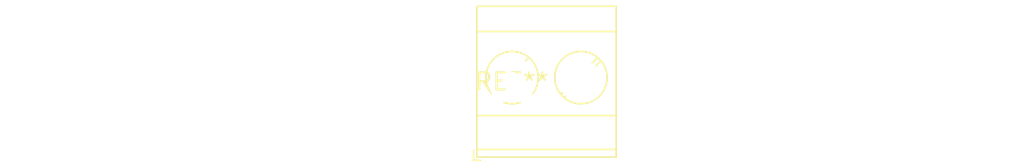
<source format=kicad_pcb>
(kicad_pcb (version 20240108) (generator pcbnew)
  (layers (0 "F.Cu" signal) (31 "B.Cu" signal) (34 "B.Paste" user) (35 "F.Paste" user) (36 "B.SilkS" user "B.Silkscreen") (37 "F.SilkS" user "F.Silkscreen") (38 "B.Mask" user) (39 "F.Mask" user) (44 "Edge.Cuts" user))
  (net 0 "")
  (footprint "TerminalBlock_MetzConnect_Type073_RT02602HBLU_1x02_P5.08mm_Horizontal" (layer "F.Cu") (at 0 0)
    (property "Reference" "REF**")
    (property "Value" "TerminalBlock_MetzConnect_Type073_RT02602HBLU_1x02_P5.08mm_Horizontal")
    (fp_line (start -2.84 5.06) (end -2.84 5.8) (layer "F.SilkS") (stroke (width 0.12)))
    (fp_line (start -2.84 5.8) (end -2.34 5.8) (layer "F.SilkS") (stroke (width 0.12)))
    (fp_line (start -2.6 -5.56) (end -2.6 5.56) (layer "F.SilkS") (stroke (width 0.12)))
    (fp_line (start -2.6 -5.56) (end 7.68 -5.56) (layer "F.SilkS") (stroke (width 0.12)))
    (fp_line (start -2.6 -3.7) (end 7.68 -3.7) (layer "F.SilkS") (stroke (width 0.12)))
    (fp_line (start -2.6 2.5) (end 7.68 2.5) (layer "F.SilkS") (stroke (width 0.12)))
    (fp_line (start -2.6 5) (end 7.68 5) (layer "F.SilkS") (stroke (width 0.12)))
    (fp_line (start -2.6 5.56) (end 7.68 5.56) (layer "F.SilkS") (stroke (width 0.12)))
    (fp_line (start 1.229 -1.764) (end 1.013 -1.549) (layer "F.SilkS") (stroke (width 0.12)))
    (fp_line (start 3.724 0.821) (end 3.617 0.928) (layer "F.SilkS") (stroke (width 0.12)))
    (fp_line (start 3.933 1.083) (end 3.852 1.164) (layer "F.SilkS") (stroke (width 0.12)))
    (fp_line (start 6.309 -1.764) (end 5.918 -1.374) (layer "F.SilkS") (stroke (width 0.12)))
    (fp_line (start 6.544 -1.529) (end 6.194 -1.179) (layer "F.SilkS") (stroke (width 0.12)))
    (fp_line (start 7.68 -5.56) (end 7.68 5.56) (layer "F.SilkS") (stroke (width 0.12)))
    (fp_arc (start -1.521645 0.888175) (mid -1.930586 -0.300524) (end -1.521 -1.489) (layer "F.SilkS") (stroke (width 0.12)))
    (fp_arc (start -1.500317 -1.514609) (mid -0.000252 -2.230344) (end 1.5 -1.515) (layer "F.SilkS") (stroke (width 0.12)))
    (fp_arc (start 0.033269 1.630336) (mid -0.285785 1.609354) (end -0.597 1.536) (layer "F.SilkS") (stroke (width 0.12)))
    (fp_arc (start 0.596403 1.535539) (mid 0.301919 1.606238) (end 0 1.63) (layer "F.SilkS") (stroke (width 0.12)))
    (fp_arc (start 1.521645 -1.488175) (mid 1.930586 -0.299476) (end 1.521 0.889) (layer "F.SilkS") (stroke (width 0.12)))
    (fp_arc (start 5.08 1.63) (mid 5.08 -2.23) (end 5.08 1.63) (layer "F.SilkS") (stroke (width 0.12)))
    (pad "1" thru_hole rect (at 0 0) (size 2.6 2.6) (drill 1.4) (layers *.Cu *.Mask) (remove_unused_layers))
    (pad "2" thru_hole circle (at 5.08 0) (size 2.6 2.6) (drill 1.4) (layers *.Cu *.Mask) (remove_unused_layers))
  )
)
</source>
